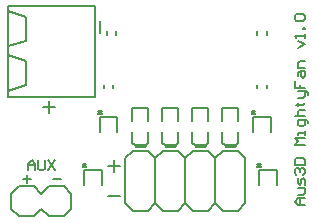
<source format=gto>
G04 Layer_Color=65535*
%FSLAX44Y44*%
%MOMM*%
G71*
G01*
G75*
%ADD25C,0.1270*%
%ADD26C,0.1800*%
%ADD27C,0.1524*%
%ADD28C,0.2032*%
%ADD29C,0.2000*%
D25*
X64550Y44000D02*
Y47000D01*
X66050Y44000D01*
X63050D02*
X64550Y47000D01*
X63050Y44000D02*
X66050D01*
X63050Y47000D02*
X66050D01*
X64550Y28650D02*
Y41250D01*
X79550Y28650D02*
Y41250D01*
X64550D02*
X79550D01*
X77500Y89000D02*
Y92000D01*
X79000Y89000D01*
X76000D02*
X77500Y92000D01*
X76000Y89000D02*
X79000D01*
X76000Y92000D02*
X79000D01*
X77500Y73650D02*
Y86250D01*
X92500Y73650D02*
Y86250D01*
X77500D02*
X92500D01*
X83436Y155976D02*
Y159024D01*
X91564Y155976D02*
Y159024D01*
X80936Y110976D02*
Y114024D01*
X89064Y110976D02*
Y114024D01*
X133800Y61550D02*
X140800D01*
X144050Y82800D02*
Y93800D01*
X130550Y82800D02*
Y93800D01*
X144050D01*
Y64800D02*
Y73800D01*
X130550Y64800D02*
Y73800D01*
Y64800D02*
X132550Y62800D01*
X132300Y63050D02*
X133800Y61550D01*
X140800D02*
X142550Y63300D01*
X132550Y62800D02*
X142050D01*
X144050Y64800D01*
X108400Y61550D02*
X115400D01*
X118650Y82800D02*
Y93800D01*
X105150Y82800D02*
Y93800D01*
X118650D01*
Y64800D02*
Y73800D01*
X105150Y64800D02*
Y73800D01*
Y64800D02*
X107150Y62800D01*
X106900Y63050D02*
X108400Y61550D01*
X115400D02*
X117150Y63300D01*
X107150Y62800D02*
X116650D01*
X118650Y64800D01*
X167450Y62800D02*
X169450Y64800D01*
X157950Y62800D02*
X167450D01*
X166200Y61550D02*
X167950Y63300D01*
X157700Y63050D02*
X159200Y61550D01*
X155950Y64800D02*
X157950Y62800D01*
X155950Y64800D02*
Y73800D01*
X169450Y64800D02*
Y73800D01*
X155950Y93800D02*
X169450D01*
X155950Y82800D02*
Y93800D01*
X169450Y82800D02*
Y93800D01*
X159200Y61550D02*
X166200D01*
X192850Y62800D02*
X194850Y64800D01*
X183350Y62800D02*
X192850D01*
X191600Y61550D02*
X193350Y63300D01*
X183100Y63050D02*
X184600Y61550D01*
X181350Y64800D02*
X183350Y62800D01*
X181350Y64800D02*
Y73800D01*
X194850Y64800D02*
Y73800D01*
X181350Y93800D02*
X194850D01*
X181350Y82800D02*
Y93800D01*
X194850Y82800D02*
Y93800D01*
X184600Y61550D02*
X191600D01*
X207500Y86250D02*
X222500D01*
Y73650D02*
Y86250D01*
X207500Y73650D02*
Y86250D01*
X206000Y92000D02*
X209000D01*
X206000Y89000D02*
X209000D01*
X206000D02*
X207500Y92000D01*
X209000Y89000D01*
X207500D02*
Y92000D01*
X212500Y41250D02*
X227500D01*
Y28650D02*
Y41250D01*
X212500Y28650D02*
Y41250D01*
X211000Y47000D02*
X214000D01*
X211000Y44000D02*
X214000D01*
X211000D02*
X212500Y47000D01*
X214000Y44000D01*
X212500D02*
Y47000D01*
X210936Y155976D02*
Y159024D01*
X219064Y155976D02*
Y159024D01*
X210936Y110976D02*
Y114024D01*
X219064Y110976D02*
Y114024D01*
X73049Y103750D02*
Y180299D01*
X49D02*
X73049D01*
X49Y103750D02*
Y180299D01*
Y103750D02*
X73049D01*
X49Y146250D02*
X15049Y151250D01*
X49Y176250D02*
X15049Y171250D01*
Y151250D02*
Y171250D01*
X49Y108750D02*
X15049Y113750D01*
X49Y138750D02*
X15049Y133750D01*
Y113750D02*
Y133750D01*
D26*
X124500Y13500D02*
Y51500D01*
X149900Y13500D02*
Y51500D01*
X175300Y13500D02*
Y51500D01*
D27*
X194450Y57900D02*
X200800Y51550D01*
X175400D02*
X181750Y57900D01*
X169050D02*
X175400Y51550D01*
X150000D02*
X156350Y57900D01*
X143650D02*
X150000Y51550D01*
X124600D02*
X130950Y57900D01*
X118250D02*
X124600Y51550D01*
X99200D02*
X105550Y57900D01*
X200800Y13450D02*
Y51550D01*
X194450Y7100D02*
X200800Y13450D01*
X181750Y7100D02*
X194450D01*
X175400Y13450D02*
X181750Y7100D01*
X169050D02*
X175400Y13450D01*
X156350Y7100D02*
X169050D01*
X150000Y13450D02*
X156350Y7100D01*
X143650D02*
X150000Y13450D01*
X130950Y7100D02*
X143650D01*
X124600Y13450D02*
X130950Y7100D01*
X118250D02*
X124600Y13450D01*
X105550Y7100D02*
X118250D01*
X99200Y13450D02*
X105550Y7100D01*
X99200Y13450D02*
Y51550D01*
X105550Y57900D02*
X118250D01*
X130950D02*
X143650D01*
X156350D02*
X169050D01*
X181750D02*
X194450D01*
D28*
X34450Y2300D02*
X47150D01*
X28100Y8650D02*
X34450Y2300D01*
X28100Y21350D02*
X34450Y27700D01*
X21750Y2300D02*
X28100Y8650D01*
X9050Y2300D02*
X21750D01*
X2700Y8650D02*
X9050Y2300D01*
X2700Y21350D02*
X9050Y27700D01*
X21750D01*
X28100Y21350D01*
X53500Y8650D02*
Y21350D01*
X47150Y2300D02*
X53500Y8650D01*
X47150Y27700D02*
X53500Y21350D01*
X34450Y27700D02*
X47150D01*
X2700Y8650D02*
Y21350D01*
D29*
X251105Y12000D02*
X245440D01*
X242607Y14832D01*
X245440Y17665D01*
X251105D01*
X246856D01*
Y12000D01*
X245440Y20497D02*
X249689D01*
X251105Y21913D01*
Y26162D01*
X245440D01*
X251105Y28994D02*
Y33243D01*
X249689Y34659D01*
X248272Y33243D01*
Y30410D01*
X246856Y28994D01*
X245440Y30410D01*
Y34659D01*
X244024Y37492D02*
X242607Y38908D01*
Y41740D01*
X244024Y43156D01*
X245440D01*
X246856Y41740D01*
Y40324D01*
Y41740D01*
X248272Y43156D01*
X249689D01*
X251105Y41740D01*
Y38908D01*
X249689Y37492D01*
X242607Y45989D02*
X251105D01*
Y50237D01*
X249689Y51654D01*
X244024D01*
X242607Y50237D01*
Y45989D01*
X251105Y62983D02*
X242607D01*
X245440Y65816D01*
X242607Y68648D01*
X251105D01*
Y71481D02*
Y74313D01*
Y72897D01*
X245440D01*
Y71481D01*
X253937Y81394D02*
Y82810D01*
X252521Y84227D01*
X245440D01*
Y79978D01*
X246856Y78562D01*
X249689D01*
X251105Y79978D01*
Y84227D01*
X242607Y87059D02*
X251105D01*
X246856D01*
X245440Y88475D01*
Y91308D01*
X246856Y92724D01*
X251105D01*
X244024Y96972D02*
X245440D01*
Y95556D01*
Y98389D01*
Y96972D01*
X249689D01*
X251105Y98389D01*
X245440Y102637D02*
X249689D01*
X251105Y104053D01*
Y108302D01*
X252521D01*
X253937Y106886D01*
Y105470D01*
X251105Y108302D02*
X245440D01*
X242607Y116799D02*
Y111135D01*
X246856D01*
Y113967D01*
Y111135D01*
X251105D01*
X245440Y121048D02*
Y123880D01*
X246856Y125297D01*
X251105D01*
Y121048D01*
X249689Y119632D01*
X248272Y121048D01*
Y125297D01*
X251105Y128129D02*
X245440D01*
Y132378D01*
X246856Y133794D01*
X251105D01*
X245440Y145124D02*
X251105Y147956D01*
X245440Y150788D01*
X251105Y153621D02*
Y156453D01*
Y155037D01*
X242607D01*
X244024Y153621D01*
X251105Y160702D02*
X249689D01*
Y162118D01*
X251105D01*
Y160702D01*
X244024Y167783D02*
X242607Y169199D01*
Y172032D01*
X244024Y173448D01*
X249689D01*
X251105Y172032D01*
Y169199D01*
X249689Y167783D01*
X244024D01*
X78002Y157500D02*
Y167496D01*
X29550Y94998D02*
X39547D01*
X34549Y99996D02*
Y89999D01*
X94550Y45002D02*
X84553D01*
X89552Y40004D02*
Y50001D01*
X94550Y20002D02*
X84553D01*
X17050Y41250D02*
Y46915D01*
X19883Y49747D01*
X22715Y46915D01*
Y41250D01*
Y45499D01*
X17050D01*
X25547Y49747D02*
Y42666D01*
X26964Y41250D01*
X29796D01*
X31212Y42666D01*
Y49747D01*
X34045D02*
X39710Y41250D01*
Y49747D02*
X34045Y41250D01*
X44550Y33752D02*
X37886D01*
X19150D02*
X12486D01*
X15818Y30419D02*
Y37084D01*
M02*

</source>
